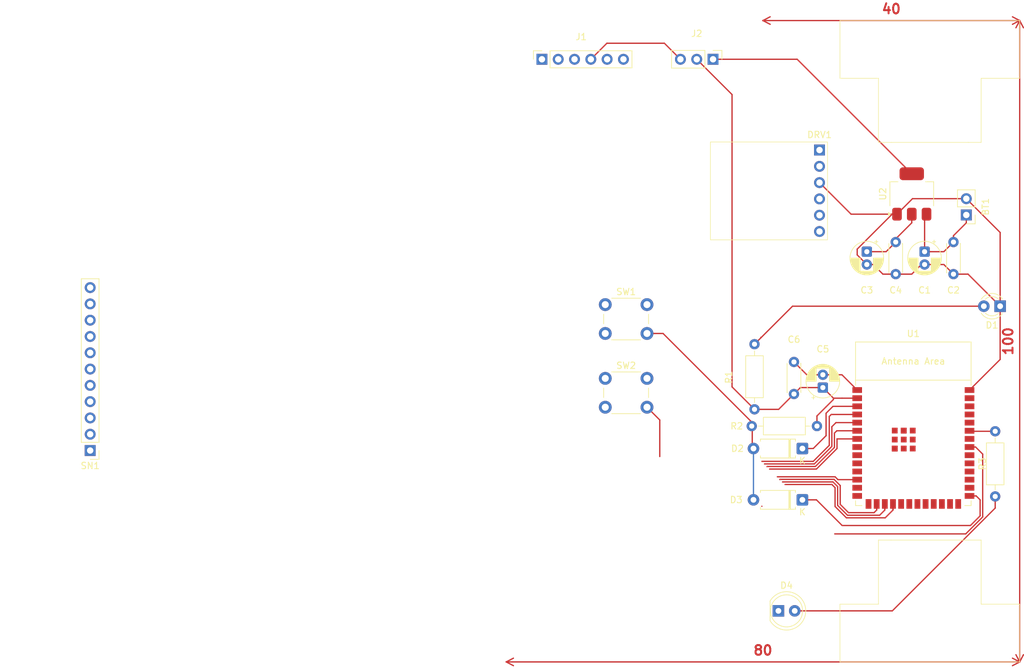
<source format=kicad_pcb>
(kicad_pcb (version 20241229) (generator "pcbnew") (generator_version "9.0")
  (layers (0 "F.Cu" signal) (2 "B.Cu" signal) (13 "F.Paste" user) (15 "B.Paste" user) (5 "F.SilkS" user "F.Silkscreen") (7 "B.SilkS" user "B.Silkscreen") (1 "F.Mask" user) (3 "B.Mask" user) (25 "Edge.Cuts" user))
  (net 0 "")
  (net 1 "BT_7.4V")
  (net 2 "GND")
  (net 3 "VCC_3.3V")
  (net 4 "ESP_3.3V")
  (net 5 "Net-(D1-A)")
  (net 6 "Net-(D2-K)")
  (net 7 "Net-(D2-A)")
  (net 8 "GPIO0")
  (net 9 "Net-(D4-A)")
  (net 10 "Net-(U1-MTMS{slash}GPIO42)")
  (net 11 "Net-(U1-MTDO{slash}GPIO40{slash}CLK_OUT2)")
  (net 21 "GPIO18")
  (net 22 "TXD0")
  (net 25 "GPIO45")
  (net 26 "GPIO17")
  (net 27 "GPIO46")
  (net 28 "RXD0")
  (net 39 "Net-(J1-VCC)")
  (net 40 "Net-(SN1-D5)")
  (net 41 "Net-(SN1-D1)")
  (net 42 "Net-(SN1-D8)")
  (net 43 "Net-(SN1-D3)")
  (net 44 "Net-(SN1-D6)")
  (net 45 "Net-(SN1-D2)")
  (net 46 "Net-(SN1-D4)")
  (net 47 "Net-(SN1-D7)")
  (footprint "Package_TO_SOT_SMD:SOT-223-3_TabPin2" (layer "F.Cu") (at 259.5 76 90)
    (property "Reference" "U2" (at 0 -4.5 90) (layer "F.SilkS"))
    (property "Value" "AMS1117-3.3")
    (pad "1" smd roundrect (at -3.15 -2.3 90) (size 2 1.5) (layers "F.Cu" "F.Mask" "F.Paste") (net 2 "GND"))
    (pad "2" smd roundrect (at -3.15 0 90) (size 2 1.5) (layers "F.Cu" "F.Mask" "F.Paste") (net 3 "VCC_3.3V"))
    (pad "2" smd roundrect (at 3.15 0 90) (size 2 3.8) (layers "F.Cu" "F.Mask" "F.Paste") (net 3 "VCC_3.3V"))
    (pad "3" smd roundrect (at -3.15 2.3 90) (size 2 1.5) (layers "F.Cu" "F.Mask" "F.Paste") (net 1 "BT_7.4V"))
  )
  (footprint "Capacitor_THT:C_Disc_D4.3mm_W1.9mm_P5.00mm" (layer "F.Cu") (at 266 83.5 -90)
    (property "Reference" "C2" (at 7.5 0 0) (layer "F.SilkS"))
    (property "Value" "0u1F")
    (pad "1" thru_hole circle (at 0 0 270) (size 1.6 1.6) (drill 0.8) (layers "*.Cu" "*.Mask") (net 1 "BT_7.4V"))
    (pad "2" thru_hole circle (at 5 0 270) (size 1.6 1.6) (drill 0.8) (layers "*.Cu" "*.Mask") (net 2 "GND"))
  )
  (footprint "LED_THT:LED_D3.0mm" (layer "F.Cu") (at 273.27 93.5 180)
    (property "Reference" "D1" (at 1.27 -2.96 0) (layer "F.SilkS"))
    (property "Value" "PWR")
    (pad "1" thru_hole rect (at 0 0 180) (size 1.8 1.8) (drill 0.9) (layers "*.Cu" "*.Mask") (net 2 "GND"))
    (pad "2" thru_hole circle (at 2.54 0 180) (size 1.8 1.8) (drill 0.9) (layers "*.Cu" "*.Mask") (net 5 "Net-(D1-A)"))
  )
  (footprint "Capacitor_THT:CP_Radial_D5.0mm_P2.00mm" (layer "F.Cu") (at 261.5 85 -90)
    (property "Reference" "C1" (at 6 0 0) (layer "F.SilkS"))
    (property "Value" "10uF")
    (pad "1" thru_hole roundrect (at 0 0 270) (size 1.6 1.6) (drill 0.8) (layers "*.Cu" "*.Mask") (roundrect_rratio 0.15625) (net 1 "BT_7.4V"))
    (pad "2" thru_hole circle (at 2 0 270) (size 1.6 1.6) (drill 0.8) (layers "*.Cu" "*.Mask") (net 2 "GND"))
  )
  (footprint "Connector_PinHeader_2.54mm:PinHeader_1x02_P2.54mm_Vertical" (layer "F.Cu") (at 268 79.275 180)
    (property "Reference" "BT1" (at -3 1.275 90) (layer "F.SilkS"))
    (property "Value" "Battery")
    (pad "1" thru_hole rect (at 0 0 180) (size 1.7 1.7) (drill 1) (layers "*.Cu" "*.Mask") (net 1 "BT_7.4V"))
    (pad "2" thru_hole circle (at 0 2.54 180) (size 1.7 1.7) (drill 1) (layers "*.Cu" "*.Mask") (net 2 "GND"))
  )
  (footprint "eigenfootprints:8channel_ir_sensor_1x11_P2.54mm" (layer "F.Cu") (at 131.5 116 180)
    (property "Reference" "SN1" (at 0 -2.38 0) (layer "F.SilkS"))
    (property "Value" "8 channel ir sensor")
    (pad "1" thru_hole rect (at 0 0 180) (size 1.7 1.7) (drill 1) (layers "*.Cu" "*.Mask") (net 2 "GND"))
    (pad "2" thru_hole circle (at 0 2.54 180) (size 1.7 1.7) (drill 1) (layers "*.Cu" "*.Mask") (net 4 "ESP_3.3V"))
    (pad "3" thru_hole circle (at 0 5.08 180) (size 1.7 1.7) (drill 1) (layers "*.Cu" "*.Mask") (net 41 "Net-(SN1-D1)"))
    (pad "4" thru_hole circle (at 0 7.62 180) (size 1.7 1.7) (drill 1) (layers "*.Cu" "*.Mask") (net 45 "Net-(SN1-D2)"))
    (pad "5" thru_hole circle (at 0 10.16 180) (size 1.7 1.7) (drill 1) (layers "*.Cu" "*.Mask") (net 43 "Net-(SN1-D3)"))
    (pad "6" thru_hole circle (at 0 12.7 180) (size 1.7 1.7) (drill 1) (layers "*.Cu" "*.Mask") (net 46 "Net-(SN1-D4)"))
    (pad "7" thru_hole circle (at 0 15.24 180) (size 1.7 1.7) (drill 1) (layers "*.Cu" "*.Mask") (net 40 "Net-(SN1-D5)"))
    (pad "8" thru_hole circle (at 0 17.78 180) (size 1.7 1.7) (drill 1) (layers "*.Cu" "*.Mask") (net 44 "Net-(SN1-D6)"))
    (pad "9" thru_hole circle (at 0 20.32 180) (size 1.7 1.7) (drill 1) (layers "*.Cu" "*.Mask") (net 47 "Net-(SN1-D7)"))
    (pad "10" thru_hole circle (at 0 22.86 180) (size 1.7 1.7) (drill 1) (layers "*.Cu" "*.Mask") (net 42 "Net-(SN1-D8)"))
    (pad "11" thru_hole circle (at 0 25.4 180) (size 1.7 1.7) (drill 1) (layers "*.Cu" "*.Mask") (net 4 "ESP_3.3V"))
  )
  (footprint "Capacitor_THT:CP_Radial_D5.0mm_P2.00mm" (layer "F.Cu") (at 245.65 106.19 90)
    (property "Reference" "C5" (at 6 0 0) (layer "F.SilkS"))
    (property "Value" "10uF")
    (pad "1" thru_hole roundrect (at 0 0 90) (size 1.6 1.6) (drill 0.8) (layers "*.Cu" "*.Mask") (roundrect_rratio 0.15625) (net 4 "ESP_3.3V"))
    (pad "2" thru_hole circle (at 2 0 90) (size 1.6 1.6) (drill 0.8) (layers "*.Cu" "*.Mask") (net 2 "GND"))
  )
  (footprint "Connector_PinSocket_2.54mm:PinSocket_1x06_P2.54mm_Vertical" (layer "F.Cu") (at 201.88 55 90)
    (property "Reference" "J1" (at 3.5 6.12 180) (layer "F.SilkS"))
    (property "Value" "Connector_usb_to_ttl")
    (pad "1" thru_hole rect (at 0 0 90) (size 1.7 1.7) (drill 1) (layers "*.Cu" "*.Mask"))
    (pad "2" thru_hole circle (at 0 2.54 90) (size 1.7 1.7) (drill 1) (layers "*.Cu" "*.Mask") (net 22 "TXD0"))
    (pad "3" thru_hole circle (at 0 5.08 90) (size 1.7 1.7) (drill 1) (layers "*.Cu" "*.Mask") (net 28 "RXD0"))
    (pad "4" thru_hole circle (at 0 7.62 90) (size 1.7 1.7) (drill 1) (layers "*.Cu" "*.Mask") (net 39 "Net-(J1-VCC)"))
    (pad "5" thru_hole circle (at 0 10.16 90) (size 1.7 1.7) (drill 1) (layers "*.Cu" "*.Mask"))
    (pad "6" thru_hole circle (at 0 12.7 90) (size 1.7 1.7) (drill 1) (layers "*.Cu" "*.Mask") (net 2 "GND"))
  )
  (footprint "Resistor_THT:R_Axial_DIN0207_L6.3mm_D2.5mm_P10.16mm_Horizontal" (layer "F.Cu") (at 235 109.58 90)
    (property "Reference" "R1" (at 5 -4 90) (layer "F.SilkS"))
    (property "Value" "150(220)")
    (pad "1" thru_hole circle (at 0 0 90) (size 1.6 1.6) (drill 0.8) (layers "*.Cu" "*.Mask") (net 4 "ESP_3.3V"))
    (pad "2" thru_hole circle (at 10.16 0 90) (size 1.6 1.6) (drill 0.8) (layers "*.Cu" "*.Mask") (net 5 "Net-(D1-A)"))
  )
  (footprint "Diode_THT:D_A-405_P7.62mm_Horizontal" (layer "F.Cu") (at 242.46 115.69 180)
    (property "Reference" "D2" (at 10.12 0 0) (layer "F.SilkS"))
    (property "Value" "D" (hide yes))
    (fp_text user "K" (at 0 -1.9 0) (layer "F.SilkS"))
    (pad "1" thru_hole roundrect (at 0 0 180) (size 1.8 1.8) (drill 0.9) (layers "*.Cu" "*.Mask") (roundrect_rratio 0.138889) (net 6 "Net-(D2-K)"))
    (pad "2" thru_hole circle (at 7.62 0 180) (size 1.8 1.8) (drill 0.9) (layers "*.Cu" "*.Mask") (net 7 "Net-(D2-A)"))
  )
  (footprint "Capacitor_THT:CP_Radial_D5.0mm_P2.00mm" (layer "F.Cu") (at 252.5 85 -90)
    (property "Reference" "C3" (at 6 0 0) (layer "F.SilkS"))
    (property "Value" "10uF")
    (pad "1" thru_hole roundrect (at 0 0 270) (size 1.6 1.6) (drill 0.8) (layers "*.Cu" "*.Mask") (roundrect_rratio 0.15625) (net 3 "VCC_3.3V"))
    (pad "2" thru_hole circle (at 2 0 270) (size 1.6 1.6) (drill 0.8) (layers "*.Cu" "*.Mask") (net 2 "GND"))
  )
  (footprint "Resistor_THT:R_Axial_DIN0207_L6.3mm_D2.5mm_P10.16mm_Horizontal" (layer "F.Cu") (at 244.73 112.19 180)
    (property "Reference" "R2" (at 12.5 0 0) (layer "F.SilkS"))
    (property "Value" "10k")
    (pad "1" thru_hole circle (at 0 0 180) (size 1.6 1.6) (drill 0.8) (layers "*.Cu" "*.Mask") (net 4 "ESP_3.3V"))
    (pad "2" thru_hole circle (at 10.16 0 180) (size 1.6 1.6) (drill 0.8) (layers "*.Cu" "*.Mask") (net 7 "Net-(D2-A)"))
  )
  (footprint "Connector_PinHeader_2.54mm:PinHeader_1x03_P2.54mm_Vertical" (layer "F.Cu") (at 228.54 55 -90)
    (property "Reference" "J2" (at -4 2.54 180) (layer "F.SilkS"))
    (property "Value" "jumper esp voltage")
    (pad "1" thru_hole rect (at 0 0 270) (size 1.7 1.7) (drill 1) (layers "*.Cu" "*.Mask") (net 3 "VCC_3.3V"))
    (pad "2" thru_hole circle (at 0 2.54 270) (size 1.7 1.7) (drill 1) (layers "*.Cu" "*.Mask") (net 4 "ESP_3.3V"))
    (pad "3" thru_hole circle (at 0 5.08 270) (size 1.7 1.7) (drill 1) (layers "*.Cu" "*.Mask") (net 39 "Net-(J1-VCC)"))
  )
  (footprint "Diode_THT:D_A-405_P7.62mm_Horizontal" (layer "F.Cu") (at 242.46 123.69 180)
    (property "Reference" "D3" (at 10.31 0 0) (layer "F.SilkS"))
    (property "Value" "D" (hide yes))
    (fp_text user "K" (at 0 -1.9 0) (layer "F.SilkS"))
    (pad "1" thru_hole roundrect (at 0 0 180) (size 1.8 1.8) (drill 0.9) (layers "*.Cu" "*.Mask") (roundrect_rratio 0.138889) (net 8 "GPIO0"))
    (pad "2" thru_hole circle (at 7.62 0 180) (size 1.8 1.8) (drill 0.9) (layers "*.Cu" "*.Mask") (net 7 "Net-(D2-A)"))
  )
  (footprint "Button_Switch_THT:SW_PUSH_6mm_H4.3mm" (layer "F.Cu") (at 211.75 104.75)
    (property "Reference" "SW2" (at 3.25 -2 0) (layer "F.SilkS"))
    (property "Value" "start/stop")
    (pad "1" thru_hole circle (at 0 0 90) (size 2 2) (drill 1.1) (layers "*.Cu" "*.Mask") (net 2 "GND"))
    (pad "1" thru_hole circle (at 6.5 0 90) (size 2 2) (drill 1.1) (layers "*.Cu" "*.Mask") (net 2 "GND"))
    (pad "2" thru_hole circle (at 0 4.5 90) (size 2 2) (drill 1.1) (layers "*.Cu" "*.Mask") (net 11 "Net-(U1-MTDO{slash}GPIO40{slash}CLK_OUT2)"))
    (pad "2" thru_hole circle (at 6.5 4.5 90) (size 2 2) (drill 1.1) (layers "*.Cu" "*.Mask") (net 11 "Net-(U1-MTDO{slash}GPIO40{slash}CLK_OUT2)"))
  )
  (footprint "LED_THT:LED_D5.0mm" (layer "F.Cu") (at 238.725 141)
    (property "Reference" "D4" (at 1.27 -3.96 0) (layer "F.SilkS"))
    (property "Value" "Wifi")
    (pad "1" thru_hole rect (at 0 0) (size 1.8 1.8) (drill 0.9) (layers "*.Cu" "*.Mask") (net 2 "GND"))
    (pad "2" thru_hole circle (at 2.54 0) (size 1.8 1.8) (drill 0.9) (layers "*.Cu" "*.Mask") (net 9 "Net-(D4-A)"))
  )
  (footprint "eigenfootprints:motor holder" (layer "F.Cu") (at 262.315928 149.961932)
    (property "Reference" "M1" (hide yes))
    (property "Value" "Motor_DC")
  )
  (footprint "Button_Switch_THT:SW_PUSH_6mm_H4.3mm" (layer "F.Cu") (at 211.75 93.25)
    (property "Reference" "SW1" (at 3.25 -2 0) (layer "F.SilkS"))
    (property "Value" "reset")
    (pad "1" thru_hole circle (at 0 0 90) (size 2 2) (drill 1.1) (layers "*.Cu" "*.Mask") (net 2 "GND"))
    (pad "1" thru_hole circle (at 6.5 0 90) (size 2 2) (drill 1.1) (layers "*.Cu" "*.Mask") (net 2 "GND"))
    (pad "2" thru_hole circle (at 0 4.5 90) (size 2 2) (drill 1.1) (layers "*.Cu" "*.Mask") (net 7 "Net-(D2-A)"))
    (pad "2" thru_hole circle (at 6.5 4.5 90) (size 2 2) (drill 1.1) (layers "*.Cu" "*.Mask") (net 7 "Net-(D2-A)"))
  )
  (footprint "Resistor_THT:R_Axial_DIN0207_L6.3mm_D2.5mm_P10.16mm_Horizontal" (layer "F.Cu") (at 272.5 123.16 90)
    (property "Reference" "R3" (at 5.08 -2 90) (layer "F.SilkS"))
    (property "Value" "150(220)")
    (pad "1" thru_hole circle (at 0 0 90) (size 1.6 1.6) (drill 0.8) (layers "*.Cu" "*.Mask") (net 9 "Net-(D4-A)"))
    (pad "2" thru_hole circle (at 10.16 0 90) (size 1.6 1.6) (drill 0.8) (layers "*.Cu" "*.Mask") (net 10 "Net-(U1-MTMS{slash}GPIO42)"))
  )
  (footprint "eigenfootprints:DRV8833_Module_1x06_P2,54mm" (layer "F.Cu") (at 245.1275 69.15)
    (property "Reference" "DRV1" (at 0 -2.38 0) (layer "F.SilkS"))
    (property "Value" "DRV8833 module")
    (pad "1" thru_hole rect (at 0 0) (size 1.7 1.7) (drill 1) (layers "*.Cu" "*.Mask") (net 26 "GPIO17"))
    (pad "2" thru_hole circle (at 0 2.54) (size 1.7 1.7) (drill 1) (layers "*.Cu" "*.Mask") (net 21 "GPIO18"))
    (pad "3" thru_hole circle (at 0 5.08) (size 1.7 1.7) (drill 1) (layers "*.Cu" "*.Mask") (net 2 "GND"))
    (pad "4" thru_hole circle (at 0 7.62) (size 1.7 1.7) (drill 1) (layers "*.Cu" "*.Mask") (net 1 "BT_7.4V"))
    (pad "5" thru_hole circle (at 0 10.16) (size 1.7 1.7) (drill 1) (layers "*.Cu" "*.Mask") (net 25 "GPIO45"))
    (pad "6" thru_hole circle (at 0 12.7) (size 1.7 1.7) (drill 1) (layers "*.Cu" "*.Mask") (net 27 "GPIO46"))
  )
  (footprint "PCM_Espressif:ESP32-S3-WROOM-1" (layer "F.Cu") (at 259.75 114.83)
    (property "Reference" "U1" (at 0 -17.05 0) (layer "F.SilkS"))
    (property "Value" "ESP32-S3-WROOM-1")
    (fp_text user "Antenna Area" (at 0 -12.75 0) (layer "F.SilkS"))
    (pad "1" smd rect (at -8.75 -8.26) (size 1.5 0.9) (layers "F.Cu" "F.Mask" "F.Paste") (net 2 "GND"))
    (pad "2" smd rect (at -8.75 -6.99) (size 1.5 0.9) (layers "F.Cu" "F.Mask" "F.Paste") (net 4 "ESP_3.3V"))
    (pad "3" smd rect (at -8.75 -5.72) (size 1.5 0.9) (layers "F.Cu" "F.Mask" "F.Paste") (net 6 "Net-(D2-K)"))
    (pad "4" smd rect (at -8.75 -4.45) (size 1.5 0.9) (layers "F.Cu" "F.Mask" "F.Paste") (net 47 "Net-(SN1-D7)"))
    (pad "5" smd rect (at -8.75 -3.18) (size 1.5 0.9) (layers "F.Cu" "F.Mask" "F.Paste") (net 44 "Net-(SN1-D6)"))
    (pad "6" smd rect (at -8.75 -1.91) (size 1.5 0.9) (layers "F.Cu" "F.Mask" "F.Paste") (net 40 "Net-(SN1-D5)"))
    (pad "7" smd rect (at -8.75 -0.64) (size 1.5 0.9) (layers "F.Cu" "F.Mask" "F.Paste") (net 46 "Net-(SN1-D4)"))
    (pad "8" smd rect (at -8.75 0.63) (size 1.5 0.9) (layers "F.Cu" "F.Mask" "F.Paste"))
    (pad "9" smd rect (at -8.75 1.9) (size 1.5 0.9) (layers "F.Cu" "F.Mask" "F.Paste"))
    (pad "10" smd rect (at -8.75 3.17) (size 1.5 0.9) (layers "F.Cu" "F.Mask" "F.Paste") (net 26 "GPIO17"))
    (pad "11" smd rect (at -8.75 4.44) (size 1.5 0.9) (layers "F.Cu" "F.Mask" "F.Paste") (net 21 "GPIO18"))
    (pad "12" smd rect (at -8.75 5.71) (size 1.5 0.9) (layers "F.Cu" "F.Mask" "F.Paste") (net 43 "Net-(SN1-D3)"))
    (pad "13" smd rect (at -8.75 6.98) (size 1.5 0.9) (layers "F.Cu" "F.Mask" "F.Paste"))
    (pad "14" smd rect (at -8.75 8.25) (size 1.5 0.9) (layers "F.Cu" "F.Mask" "F.Paste"))
    (pad "15" smd rect (at -6.985 9.5 90) (size 1.5 0.9) (layers "F.Cu" "F.Mask" "F.Paste"))
    (pad "16" smd rect (at -5.715 9.5 90) (size 1.5 0.9) (layers "F.Cu" "F.Mask" "F.Paste") (net 27 "GPIO46"))
    (pad "17" smd rect (at -4.445 9.5 90) (size 1.5 0.9) (layers "F.Cu" "F.Mask" "F.Paste") (net 45 "Net-(SN1-D2)"))
    (pad "18" smd rect (at -3.175 9.5 90) (size 1.5 0.9) (layers "F.Cu" "F.Mask" "F.Paste") (net 41 "Net-(SN1-D1)"))
    (pad "19" smd rect (at -1.905 9.5 90) (size 1.5 0.9) (layers "F.Cu" "F.Mask" "F.Paste"))
    (pad "20" smd rect (at -0.635 9.5 90) (size 1.5 0.9) (layers "F.Cu" "F.Mask" "F.Paste"))
    (pad "21" smd rect (at 0.635 9.5 90) (size 1.5 0.9) (layers "F.Cu" "F.Mask" "F.Paste"))
    (pad "22" smd rect (at 1.905 9.5 90) (size 1.5 0.9) (layers "F.Cu" "F.Mask" "F.Paste"))
    (pad "23" smd rect (at 3.175 9.5 90) (size 1.5 0.9) (layers "F.Cu" "F.Mask" "F.Paste"))
    (pad "24" smd rect (at 4.445 9.5 90) (size 1.5 0.9) (layers "F.Cu" "F.Mask" "F.Paste"))
    (pad "25" smd rect (at 5.715 9.5 90) (size 1.5 0.9) (layers "F.Cu" "F.Mask" "F.Paste"))
    (pad "26" smd rect (at 6.985 9.5 90) (size 1.5 0.9) (layers "F.Cu" "F.Mask" "F.Paste") (net 25 "GPIO45"))
    (pad "27" smd rect (at 8.75 8.25 180) (size 1.5 0.9) (layers "F.Cu" "F.Mask" "F.Paste") (net 8 "GPIO0"))
    (pad "28" smd rect (at 8.75 6.98 180) (size 1.5 0.9) (layers "F.Cu" "F.Mask" "F.Paste"))
    (pad "29" smd rect (at 8.75 5.71 180) (size 1.5 0.9) (layers "F.Cu" "F.Mask" "F.Paste"))
    (pad "30" smd rect (at 8.75 4.44 180) (size 1.5 0.9) (layers "F.Cu" "F.Mask" "F.Paste"))
    (pad "31" smd rect (at 8.75 3.17 180) (size 1.5 0.9) (layers "F.Cu" "F.Mask" "F.Paste"))
    (pad "32" smd rect (at 8.75 1.9 180) (size 1.5 0.9) (layers "F.Cu" "F.Mask" "F.Paste"))
    (pad "33" smd rect (at 8.75 0.63 180) (size 1.5 0.9) (layers "F.Cu" "F.Mask" "F.Paste") (net 11 "Net-(U1-MTDO{slash}GPIO40{slash}CLK_OUT2)"))
    (pad "34" smd rect (at 8.75 -0.64 180) (size 1.5 0.9) (layers "F.Cu" "F.Mask" "F.Paste"))
    (pad "35" smd rect (at 8.75 -1.91 180) (size 1.5 0.9) (layers "F.Cu" "F.Mask" "F.Paste") (net 10 "Net-(U1-MTMS{slash}GPIO42)"))
    (pad "36" smd rect (at 8.75 -3.18 180) (size 1.5 0.9) (layers "F.Cu" "F.Mask" "F.Paste") (net 28 "RXD0"))
    (pad "37" smd rect (at 8.75 -4.45 180) (size 1.5 0.9) (layers "F.Cu" "F.Mask" "F.Paste") (net 22 "TXD0"))
    (pad "38" smd rect (at 8.75 -5.72 180) (size 1.5 0.9) (layers "F.Cu" "F.Mask" "F.Paste") (net 42 "Net-(SN1-D8)"))
    (pad "39" smd rect (at 8.75 -6.99 180) (size 1.5 0.9) (layers "F.Cu" "F.Mask" "F.Paste"))
    (pad "40" smd rect (at 8.75 -8.26 180) (size 1.5 0.9) (layers "F.Cu" "F.Mask" "F.Paste") (net 2 "GND"))
    (pad "41" smd rect (at -2.9 -1.94 180) (size 0.9 0.9) (layers "F.Cu" "F.Mask" "F.Paste") (net 2 "GND"))
    (pad "41" smd rect (at -2.9 -0.54 180) (size 0.9 0.9) (layers "F.Cu" "F.Mask" "F.Paste") (net 2 "GND"))
    (pad "41" smd rect (at -2.9 0.86 180) (size 0.9 0.9) (layers "F.Cu" "F.Mask" "F.Paste") (net 2 "GND"))
    (pad "41" smd rect (at -2.9 0.86 180) (size 0.9 0.9) (layers "F.Cu" "F.Mask" "F.Paste") (net 2 "GND"))
    (pad "41" smd rect (at -1.5 -1.94 180) (size 0.9 0.9) (layers "F.Cu" "F.Mask" "F.Paste") (net 2 "GND"))
    (pad "41" smd rect (at -1.5 -1.94 180) (size 0.9 0.9) (layers "F.Cu" "F.Mask" "F.Paste") (net 2 "GND"))
    (pad "41" smd rect (at -1.5 -0.54 180) (size 0.9 0.9) (layers "F.Cu" "F.Mask" "F.Paste") (net 2 "GND"))
    (pad "41" smd rect (at -1.5 0.86 180) (size 0.9 0.9) (layers "F.Cu" "F.Mask" "F.Paste") (net 2 "GND"))
    (pad "41" smd rect (at -0.1 -1.94 180) (size 0.9 0.9) (layers "F.Cu" "F.Mask" "F.Paste") (net 2 "GND"))
    (pad "41" smd rect (at -0.1 -0.54 180) (size 0.9 0.9) (layers "F.Cu" "F.Mask" "F.Paste") (net 2 "GND"))
    (pad "41" smd rect (at -0.1 0.86 180) (size 0.9 0.9) (layers "F.Cu" "F.Mask" "F.Paste") (net 2 "GND"))
  )
  (footprint "eigenfootprints:motor holder" (layer "F.Cu") (at 262.315928 47.961932 180)
    (property "Reference" "M2" (hide yes))
    (property "Value" "Motor_DC")
  )
  (footprint "Capacitor_THT:C_Disc_D4.3mm_W1.9mm_P5.00mm" (layer "F.Cu") (at 257 83.5 -90)
    (property "Reference" "C4" (at 7.5 0 0) (layer "F.SilkS"))
    (property "Value" "0u1F")
    (pad "1" thru_hole circle (at 0 0 270) (size 1.6 1.6) (drill 0.8) (layers "*.Cu" "*.Mask") (net 3 "VCC_3.3V"))
    (pad "2" thru_hole circle (at 5 0 270) (size 1.6 1.6) (drill 0.8) (layers "*.Cu" "*.Mask") (net 2 "GND"))
  )
  (footprint "Capacitor_THT:C_Disc_D4.3mm_W1.9mm_P5.00mm" (layer "F.Cu") (at 241.15 107.19 90)
    (property "Reference" "C6" (at 8.5 0 0) (layer "F.SilkS"))
    (property "Value" "0u1F")
    (pad "1" thru_hole circle (at 0 0 90) (size 1.6 1.6) (drill 0.8) (layers "*.Cu" "*.Mask") (net 4 "ESP_3.3V"))
    (pad "2" thru_hole circle (at 5 0 90) (size 1.6 1.6) (drill 0.8) (layers "*.Cu" "*.Mask") (net 2 "GND"))
  )
  (gr_line (start 234.65 112.19) (end 234.65 115.69) (stroke (width 0.2)) (layer "F.Cu") (net 7))
  (dimension (type orthogonal) (layer "F.Cu") (pts (xy 276.315928 148.961932) (xy 196.315928 148.961932)) (height 0) (orientation 0) (format (prefix "") (suffix "") (units 3) (units_format 0) (precision 4) (suppress_zeroes yes)) (style (thickness 0.2) (arrow_length 1.27) (text_position_mode 0) (arrow_direction outward) (extension_height 0.58642) (extension_offset 0.5) (keep_text_aligned yes)) (gr_text "80" (at 236.315928 147.161932 0) (layer "F.Cu") (effects (font (size 1.5 1.5) (thickness 0.3)))))
  (dimension (type orthogonal) (layer "F.Cu") (pts (xy 276.315928 48.961932) (xy 236.315928 48.961932)) (height 0) (orientation 0) (format (prefix "") (suffix "") (units 3) (units_format 0) (precision 4) (suppress_zeroes yes)) (style (thickness 0.2) (arrow_length 1.27) (text_position_mode 0) (arrow_direction outward) (extension_height 0.58642) (extension_offset 0.5) (keep_text_aligned yes)) (gr_text "40" (at 256.315928 47.161932 0) (layer "F.Cu") (effects (font (size 1.5 1.5) (thickness 0.3)))))
  (dimension (type orthogonal) (layer "F.Cu") (pts (xy 276.315928 148.961932) (xy 276.315928 48.961932)) (height 0) (orientation 1) (format (prefix "") (suffix "") (units 3) (units_format 0) (precision 4) (suppress_zeroes yes)) (style (thickness 0.2) (arrow_length 1.27) (text_position_mode 0) (arrow_direction outward) (extension_height 0.58642) (extension_offset 0.5) (keep_text_aligned yes)) (gr_text "100" (at 274.515928 98.961932 90) (layer "F.Cu") (effects (font (size 1.5 1.5) (thickness 0.3)))))
  (segment (start 266 82.5) (end 268 80.5) (width 0.2) (layer "F.Cu") (net 1))
  (segment (start 264.5 85) (end 266 83.5) (width 0.2) (layer "F.Cu") (net 1))
  (segment (start 261.5 84.5) (end 261.3 84.3) (width 0.2) (layer "F.Cu") (net 1))
  (segment (start 268 80.5) (end 268 79.275) (width 0.2) (layer "F.Cu") (net 1))
  (segment (start 261.5 79.45) (end 261.8 79.15) (width 0.2) (layer "F.Cu") (net 1))
  (segment (start 261.5 85) (end 264.5 85) (width 0.2) (layer "F.Cu") (net 1))
  (segment (start 266 83.5) (end 266 82.5) (width 0.2) (layer "F.Cu") (net 1))
  (segment (start 261.5 85) (end 261.5 79.45) (width 0.2) (layer "F.Cu") (net 1))
  (segment (start 261.5 85) (end 261.5 84.5) (width 0.2) (layer "F.Cu") (net 1))
  (segment (start 248.62 104.19) (end 251 106.57) (width 0.2) (layer "F.Cu") (net 2))
  (segment (start 245.65 104.19) (end 243.15 104.19) (width 0.2) (layer "F.Cu") (net 2))
  (segment (start 251 84.6) (end 251 85.5) (width 0.2) (layer "F.Cu") (net 2))
  (segment (start 268.27 88.5) (end 273.27 93.5) (width 0.2) (layer "F.Cu") (net 2))
  (segment (start 257.2 79.15) (end 250.0475 79.15) (width 0.2) (layer "F.Cu") (net 2))
  (segment (start 259.615 76.735) (end 268 76.735) (width 0.2) (layer "F.Cu") (net 2))
  (segment (start 264.5 87) (end 266 88.5) (width 0.2) (layer "F.Cu") (net 2))
  (segment (start 257.2 79.15) (end 259.615 76.735) (width 0.2) (layer "F.Cu") (net 2))
  (segment (start 243.15 104.19) (end 241.15 102.19) (width 0.2) (layer "F.Cu") (net 2))
  (segment (start 273.27 93.5) (end 273.27 82.005) (width 0.2) (layer "F.Cu") (net 2))
  (segment (start 261 87) (end 259.5 88.5) (width 0.2) (layer "F.Cu") (net 2))
  (segment (start 273.27 101.8) (end 273.27 93.5) (width 0.2) (layer "F.Cu") (net 2))
  (segment (start 253.5 87) (end 255 88.5) (width 0.2) (layer "F.Cu") (net 2))
  (segment (start 245.65 104.19) (end 248.62 104.19) (width 0.2) (layer "F.Cu") (net 2))
  (segment (start 255 88.5) (end 257 88.5) (width 0.2) (layer "F.Cu") (net 2))
  (segment (start 257.05 79) (end 257.2 79.15) (width 0.2) (layer "F.Cu") (net 2))
  (segment (start 266 88.5) (end 268.27 88.5) (width 0.2) (layer "F.Cu") (net 2))
  (segment (start 257.2 79.15) (end 256.45 79.15) (width 0.2) (layer "F.Cu") (net 2))
  (segment (start 273.27 82.005) (end 268 76.735) (width 0.2) (layer "F.Cu") (net 2))
  (segment (start 250.0475 79.15) (end 245.1275 74.23) (width 0.2) (layer "F.Cu") (net 2))
  (segment (start 261.5 87) (end 261 87) (width 0.2) (layer "F.Cu") (net 2))
  (segment (start 261.5 87) (end 264.5 87) (width 0.2) (layer "F.Cu") (net 2))
  (segment (start 251 85.5) (end 252.5 87) (width 0.2) (layer "F.Cu") (net 2))
  (segment (start 268.5 106.57) (end 273.27 101.8) (width 0.2) (layer "F.Cu") (net 2))
  (segment (start 252.5 87) (end 253.5 87) (width 0.2) (layer "F.Cu") (net 2))
  (segment (start 259.5 88.5) (end 257 88.5) (width 0.2) (layer "F.Cu") (net 2))
  (segment (start 256.45 79.15) (end 251 84.6) (width 0.2) (layer "F.Cu") (net 2))
  (segment (start 241.65 55) (end 259.5 72.85) (width 0.2) (layer "F.Cu") (net 3))
  (segment (start 257 83) (end 259.5 80.5) (width 0.2) (layer "F.Cu") (net 3))
  (segment (start 228.54 55) (end 241.65 55) (width 0.2) (layer "F.Cu") (net 3))
  (segment (start 259.5 80.5) (end 259.5 79.15) (width 0.2) (layer "F.Cu") (net 3))
  (segment (start 252.5 85) (end 255.5 85) (width 0.2) (layer "F.Cu") (net 3))
  (segment (start 257 83.5) (end 257 83) (width 0.2) (layer "F.Cu") (net 3))
  (segment (start 255.5 85) (end 257 83.5) (width 0.2) (layer "F.Cu") (net 3))
  (segment (start 247.3 108.04) (end 246.15 109.19) (width 0.2) (layer "F.Cu") (net 4))
  (segment (start 244.73 110.61) (end 246.15 109.19) (width 0.2) (layer "F.Cu") (net 4))
  (segment (start 231.5 106.08) (end 235 109.58) (width 0.2) (layer "F.Cu") (net 4))
  (segment (start 247.3 107.84) (end 245.65 106.19) (width 0.2) (layer "F.Cu") (net 4))
  (segment (start 248.65 107.84) (end 247.3 107.84) (width 0.2) (layer "F.Cu") (net 4))
  (segment (start 226 55) (end 231.5 60.5) (width 0.2) (layer "F.Cu") (net 4))
  (segment (start 231.5 60.5) (end 231.5 106.08) (width 0.2) (layer "F.Cu") (net 4))
  (segment (start 251 107.84) (end 248.65 107.84) (width 0.2) (layer "F.Cu") (net 4))
  (segment (start 247.3 107.84) (end 247.3 108.04) (width 0.2) (layer "F.Cu") (net 4))
  (segment (start 242.15 106.19) (end 241.15 107.19) (width 0.2) (layer "F.Cu") (net 4))
  (segment (start 244.73 112.19) (end 244.73 110.61) (width 0.2) (layer "F.Cu") (net 4))
  (segment (start 245.65 106.19) (end 242.15 106.19) (width 0.2) (layer "F.Cu") (net 4))
  (segment (start 238.76 109.58) (end 241.15 107.19) (width 0.2) (layer "F.Cu") (net 4))
  (segment (start 235 109.58) (end 238.76 109.58) (width 0.2) (layer "F.Cu") (net 4))
  (segment (start 236 98.42) (end 236 98.34) (width 0.2) (layer "F.Cu") (net 5))
  (segment (start 235 99.42) (end 240.92 93.5) (width 0.2) (layer "F.Cu") (net 5))
  (segment (start 240.92 93.5) (end 270.73 93.5) (width 0.2) (layer "F.Cu") (net 5))
  (segment (start 251 109.11) (end 247.23 109.11) (width 0.2) (layer "F.Cu") (net 6))
  (segment (start 244.15 115.69) (end 242.46 115.69) (width 0.2) (layer "F.Cu") (net 6))
  (segment (start 246.15 110.19) (end 246.15 113.69) (width 0.2) (layer "F.Cu") (net 6))
  (segment (start 247.23 109.11) (end 246.15 110.19) (width 0.2) (layer "F.Cu") (net 6))
  (segment (start 246.15 113.69) (end 244.15 115.69) (width 0.2) (layer "F.Cu") (net 6))
  (segment (start 234.57 116.11) (end 234.65 116.19) (width 0.2) (layer "F.Cu") (net 7))
  (segment (start 234.57 111.57) (end 234.57 112.19) (width 0.2) (layer "F.Cu") (net 7))
  (segment (start 220.75 97.75) (end 234.57 111.57) (width 0.2) (layer "F.Cu") (net 7))
  (segment (start 218.25 97.75) (end 220.75 97.75) (width 0.2) (layer "F.Cu") (net 7))
  (segment (start 234.65 116) (end 234.84 116.19) (width 0.2) (layer "F.Cu") (net 7))
  (segment (start 234.84 115.69) (end 234.84 123.69) (width 0.2) (layer "B.Cu") (net 7))
  (segment (start 270.15 123.69) (end 270.15 126.19) (width 0.2) (layer "F.Cu") (net 8))
  (segment (start 268.5 123.08) (end 269.54 123.08) (width 0.2) (layer "F.Cu") (net 8))
  (segment (start 269.54 123.08) (end 270.15 123.69) (width 0.2) (layer "F.Cu") (net 8))
  (segment (start 268.645 127.695) (end 248.655 127.695) (width 0.2) (layer "F.Cu") (net 8))
  (segment (start 244.65 123.69) (end 242.46 123.69) (width 0.2) (layer "F.Cu") (net 8))
  (segment (start 248.655 127.695) (end 244.65 123.69) (width 0.2) (layer "F.Cu") (net 8))
  (segment (start 270.15 126.19) (end 268.645 127.695) (width 0.2) (layer "F.Cu") (net 8))
  (segment (start 256.4742 141) (end 241.265 141) (width 0.2) (layer "F.Cu") (net 9))
  (segment (start 272.5 124.9742) (end 256.4742 141) (width 0.2) (layer "F.Cu") (net 9))
  (segment (start 272.5 123.16) (end 272.5 124.9742) (width 0.2) (layer "F.Cu") (net 9))
  (segment (start 268.58 113) (end 268.5 112.92) (width 0.2) (layer "F.Cu") (net 10))
  (segment (start 268.5 112.92) (end 268.92 112.92) (width 0.2) (layer "F.Cu") (net 10))
  (segment (start 272.5 113) (end 268.58 113) (width 0.2) (layer "F.Cu") (net 10))
  (segment (start 269.45 115.46) (end 270.551 116.561) (width 0.2) (layer "F.Cu") (net 11))
  (segment (start 220.241 111.241) (end 218.25 109.25) (width 0.2) (layer "F.Cu") (net 11))
  (segment (start 220.241 116.9423) (end 220.241 111.241) (width 0.2) (layer "F.Cu") (net 11))
  (segment (start 267.9071 129) (end 247.5 129) (width 0.2) (layer "F.Cu") (net 11))
  (segment (start 268.5 115.46) (end 269.45 115.46) (width 0.2) (layer "F.Cu") (net 11))
  (segment (start 270.551 126.3561) (end 267.9071 129) (width 0.2) (layer "F.Cu") (net 11))
  (segment (start 270.551 116.561) (end 270.551 126.3561) (width 0.2) (layer "F.Cu") (net 11))
  (segment (start 249.65 125.69) (end 253.625 125.69) (width 0.2) (layer "F.Cu") (net 27))
  (segment (start 254.035 125.28) (end 254.035 124.33) (width 0.2) (layer "F.Cu") (net 27))
  (segment (start 248.353 124.393) (end 249.65 125.69) (width 0.2) (layer "F.Cu") (net 27))
  (segment (start 247.3899 120.497) (end 248.353 121.4601) (width 0.2) (layer "F.Cu") (net 27))
  (segment (start 253.625 125.69) (end 254.035 125.28) (width 0.2) (layer "F.Cu") (net 27))
  (segment (start 248.353 121.4601) (end 248.353 124.393) (width 0.2) (layer "F.Cu") (net 27))
  (segment (start 239 120.497) (end 238.957 120.54) (width 0.2) (layer "F.Cu") (net 27))
  (segment (start 238.957 120.497) (end 239 120.497) (width 0.2) (layer "F.Cu") (net 27))
  (segment (start 239 120.497) (end 247.3899 120.497) (width 0.2) (layer "F.Cu") (net 27))
  (segment (start 209.5 55) (end 212 52.5) (width 0.2) (layer "F.Cu") (net 39))
  (segment (start 212 52.5) (end 220.96 52.5) (width 0.2) (layer "F.Cu") (net 39))
  (segment (start 220.96 52.5) (end 223.46 55) (width 0.2) (layer "F.Cu") (net 39))
  (segment (start 247.821 112.92) (end 247.452 113.289) (width 0.2) (layer "F.Cu") (net 40))
  (segment (start 247.452 115.5222) (end 244.4822 118.492) (width 0.2) (layer "F.Cu") (net 40))
  (segment (start 247.452 113.289) (end 247.452 115.5222) (width 0.2) (layer "F.Cu") (net 40))
  (segment (start 251 112.92) (end 247.821 112.92) (width 0.2) (layer "F.Cu") (net 40))
  (segment (start 244.4822 118.492) (end 236.9822 118.492) (width 0.2) (layer "F.Cu") (net 40))
  (segment (start 236.9822 118.492) (end 236.952 118.5222) (width 0.2) (layer "F.Cu") (net 40))
  (segment (start 249.3178 126.492) (end 247.551 124.7252) (width 0.2) (layer "F.Cu") (net 41))
  (segment (start 247.551 124.7252) (end 247.551 121.7923) (width 0.2) (layer "F.Cu") (net 41))
  (segment (start 256.575 125.28) (end 256.575 125.19) (width 0.2) (layer "F.Cu") (net 41))
  (segment (start 256.575 125.28) (end 256.575 124.33) (width 0.2) (layer "F.Cu") (net 41))
  (segment (start 247.0577 121.299) (end 239.759 121.299) (width 0.2) (layer "F.Cu") (net 41))
  (segment (start 247.551 121.7923) (end 247.0577 121.299) (width 0.2) (layer "F.Cu") (net 41))
  (segment (start 255.363 126.492) (end 249.3178 126.492) (width 0.2) (layer "F.Cu") (net 41))
  (segment (start 256.575 125.28) (end 255.363 126.492) (width 0.2) (layer "F.Cu") (net 41))
  (segment (start 248 120.54) (end 247.556 120.096) (width 0.2) (layer "F.Cu") (net 43))
  (segment (start 251 120.54) (end 248 120.54) (width 0.2) (layer "F.Cu") (net 43))
  (segment (start 247.556 120.096) (end 238.556 120.096) (width 0.2) (layer "F.Cu") (net 43))
  (segment (start 247.051 115.3561) (end 244.3161 118.091) (width 0.2) (layer "F.Cu") (net 44))
  (segment (start 244.3161 118.091) (end 236.551 118.091) (width 0.2) (layer "F.Cu") (net 44))
  (segment (start 247.051 112.289) (end 247.051 115.3561) (width 0.2) (layer "F.Cu") (net 44))
  (segment (start 247.69 111.65) (end 247.051 112.289) (width 0.2) (layer "F.Cu") (net 44))
  (segment (start 251 111.65) (end 247.69 111.65) (width 0.2) (layer "F.Cu") (net 44))
  (segment (start 254.494 126.091) (end 255.305 125.28) (width 0.2) (layer "F.Cu") (net 45))
  (segment (start 247.2238 120.898) (end 247.952 121.6262) (width 0.2) (layer "F.Cu") (net 45))
  (segment (start 249.4839 126.091) (end 254.494 126.091) (width 0.2) (layer "F.Cu") (net 45))
  (segment (start 247.952 121.6262) (end 247.952 124.5591) (width 0.2) (layer "F.Cu") (net 45))
  (segment (start 239.358 120.898) (end 247.2238 120.898) (width 0.2) (layer "F.Cu") (net 45))
  (segment (start 247.952 124.5591) (end 249.4839 126.091) (width 0.2) (layer "F.Cu") (net 45))
  (segment (start 255.305 125.28) (end 255.305 124.33) (width 0.2) (layer "F.Cu") (net 45))
  (segment (start 247.853 114.19) (end 251 114.19) (width 0.2) (layer "F.Cu") (net 46))
  (segment (start 237.353 118.893) (end 244.6483 118.893) (width 0.2) (layer "F.Cu") (net 46))
  (segment (start 244.6483 118.893) (end 247.853 115.6883) (width 0.2) (layer "F.Cu") (net 46))
  (segment (start 247.853 115.6883) (end 247.853 114.19) (width 0.2) (layer "F.Cu") (net 46))
  (segment (start 251 110.38) (end 246.96 110.38) (width 0.2) (layer "F.Cu") (net 47))
  (segment (start 246.65 115.19) (end 244.15 117.69) (width 0.2) (layer "F.Cu") (net 47))
  (segment (start 244.15 117.69) (end 236.15 117.69) (width 0.2) (layer "F.Cu") (net 47))
  (segment (start 246.96 110.38) (end 246.65 110.69) (width 0.2) (layer "F.Cu") (net 47))
  (segment (start 236.15 124.69) (end 236.145 124.695) (width 0.2) (layer "F.Cu") (net 47))
  (segment (start 246.65 110.69) (end 246.65 115.19) (width 0.2) (layer "F.Cu") (net 47))
)
</source>
